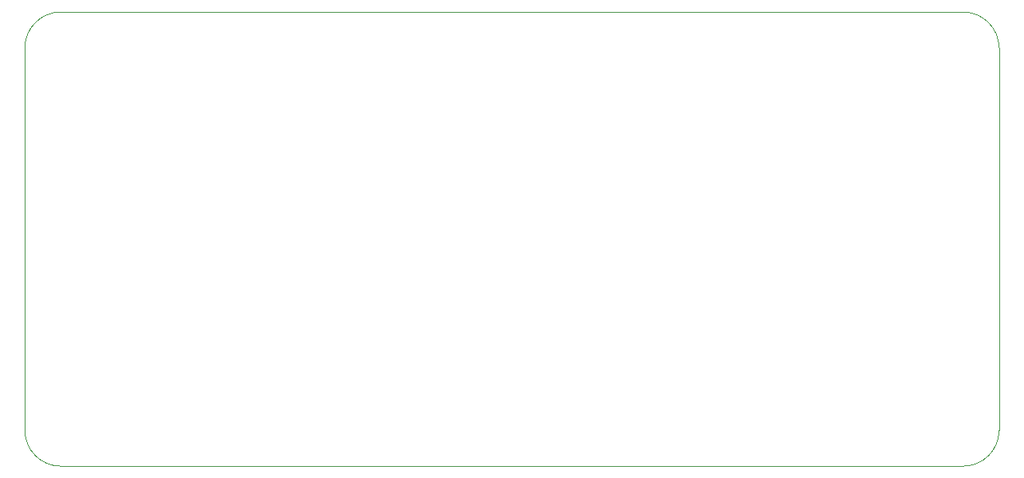
<source format=gbr>
%TF.GenerationSoftware,KiCad,Pcbnew,8.0.3-8.0.3-0~ubuntu22.04.1*%
%TF.CreationDate,2024-06-29T17:00:49-07:00*%
%TF.ProjectId,ButtonBd2,42757474-6f6e-4426-9432-2e6b69636164,2*%
%TF.SameCoordinates,Original*%
%TF.FileFunction,Profile,NP*%
%FSLAX46Y46*%
G04 Gerber Fmt 4.6, Leading zero omitted, Abs format (unit mm)*
G04 Created by KiCad (PCBNEW 8.0.3-8.0.3-0~ubuntu22.04.1) date 2024-06-29 17:00:49*
%MOMM*%
%LPD*%
G01*
G04 APERTURE LIST*
%TA.AperFunction,Profile*%
%ADD10C,0.100000*%
%TD*%
G04 APERTURE END LIST*
D10*
X50800000Y-60960000D02*
X50800000Y-101600000D01*
X154305000Y-101600000D02*
G75*
G02*
X150495000Y-105410000I-3810000J0D01*
G01*
X150495000Y-57150000D02*
X54610000Y-57150000D01*
X54610000Y-105410000D02*
X150495000Y-105410000D01*
X150495000Y-57150000D02*
G75*
G02*
X154305000Y-60960000I0J-3810000D01*
G01*
X54610000Y-105410000D02*
G75*
G02*
X50800000Y-101600000I0J3810000D01*
G01*
X154305000Y-101600000D02*
X154305000Y-60960000D01*
X50800000Y-60960000D02*
G75*
G02*
X54610000Y-57150000I3810000J0D01*
G01*
M02*

</source>
